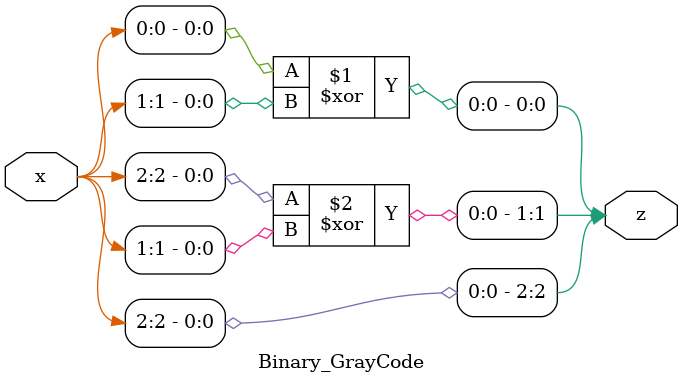
<source format=v>
module Binary_GrayCode(input [2:0] x, output [2:0] z);
  assign z[0] = x[0] ^ x[1];
  assign z[1] = x[2] ^ x[1];
  assign z[2] = x[2];
endmodule
</source>
